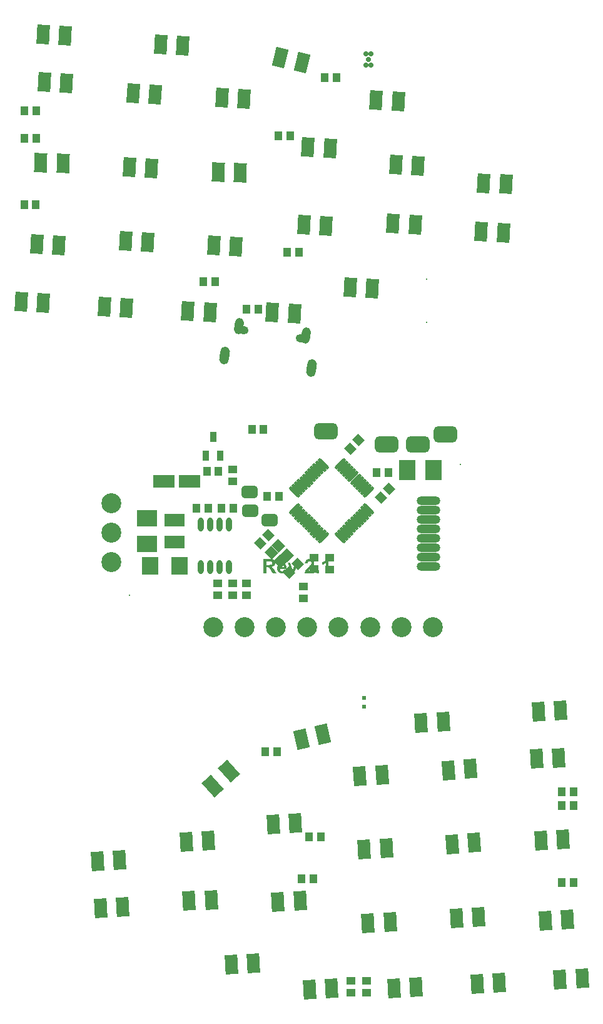
<source format=gts>
G04 Layer_Color=8388736*
%FSLAX44Y44*%
%MOMM*%
G71*
G01*
G75*
%ADD47C,0.6096*%
%ADD94R,1.3032X1.1032*%
%ADD95R,1.1032X1.3032*%
%ADD96R,2.7032X1.7032*%
%ADD97R,2.7032X2.2032*%
%ADD98R,2.2032X2.7032*%
G04:AMPARAMS|DCode=99|XSize=1.3032mm|YSize=1.1032mm|CornerRadius=0mm|HoleSize=0mm|Usage=FLASHONLY|Rotation=315.000|XOffset=0mm|YOffset=0mm|HoleType=Round|Shape=Rectangle|*
%AMROTATEDRECTD99*
4,1,4,-0.8508,0.0707,-0.0707,0.8508,0.8508,-0.0707,0.0707,-0.8508,-0.8508,0.0707,0.0*
%
%ADD99ROTATEDRECTD99*%

G04:AMPARAMS|DCode=100|XSize=1.7032mm|YSize=2.2032mm|CornerRadius=0.4766mm|HoleSize=0mm|Usage=FLASHONLY|Rotation=90.000|XOffset=0mm|YOffset=0mm|HoleType=Round|Shape=RoundedRectangle|*
%AMROUNDEDRECTD100*
21,1,1.7032,1.2500,0,0,90.0*
21,1,0.7500,2.2032,0,0,90.0*
1,1,0.9532,0.6250,0.3750*
1,1,0.9532,0.6250,-0.3750*
1,1,0.9532,-0.6250,-0.3750*
1,1,0.9532,-0.6250,0.3750*
%
%ADD100ROUNDEDRECTD100*%
G04:AMPARAMS|DCode=101|XSize=2.2032mm|YSize=3.2032mm|CornerRadius=0.6016mm|HoleSize=0mm|Usage=FLASHONLY|Rotation=90.000|XOffset=0mm|YOffset=0mm|HoleType=Round|Shape=RoundedRectangle|*
%AMROUNDEDRECTD101*
21,1,2.2032,2.0000,0,0,90.0*
21,1,1.0000,3.2032,0,0,90.0*
1,1,1.2032,1.0000,0.5000*
1,1,1.2032,1.0000,-0.5000*
1,1,1.2032,-1.0000,-0.5000*
1,1,1.2032,-1.0000,0.5000*
%
%ADD101ROUNDEDRECTD101*%
G04:AMPARAMS|DCode=102|XSize=0.5032mm|YSize=1.9032mm|CornerRadius=0mm|HoleSize=0mm|Usage=FLASHONLY|Rotation=135.000|XOffset=0mm|YOffset=0mm|HoleType=Round|Shape=Round|*
%AMOVALD102*
21,1,1.4000,0.5032,0.0000,0.0000,225.0*
1,1,0.5032,0.4950,0.4950*
1,1,0.5032,-0.4950,-0.4950*
%
%ADD102OVALD102*%

G04:AMPARAMS|DCode=103|XSize=0.5032mm|YSize=1.9032mm|CornerRadius=0mm|HoleSize=0mm|Usage=FLASHONLY|Rotation=45.000|XOffset=0mm|YOffset=0mm|HoleType=Round|Shape=Round|*
%AMOVALD103*
21,1,1.4000,0.5032,0.0000,0.0000,135.0*
1,1,0.5032,0.4950,-0.4950*
1,1,0.5032,-0.4950,0.4950*
%
%ADD103OVALD103*%

G04:AMPARAMS|DCode=104|XSize=1.2032mm|YSize=1.4032mm|CornerRadius=0mm|HoleSize=0mm|Usage=FLASHONLY|Rotation=225.000|XOffset=0mm|YOffset=0mm|HoleType=Round|Shape=Rectangle|*
%AMROTATEDRECTD104*
4,1,4,-0.0707,0.9215,0.9215,-0.0707,0.0707,-0.9215,-0.9215,0.0707,-0.0707,0.9215,0.0*
%
%ADD104ROTATEDRECTD104*%

%ADD105R,0.9532X1.3532*%
%ADD106R,2.9532X1.7532*%
%ADD107R,2.3032X2.3532*%
%ADD108O,0.8032X1.9032*%
%ADD109O,3.2032X1.2032*%
G04:AMPARAMS|DCode=110|XSize=2.6032mm|YSize=1.7032mm|CornerRadius=0mm|HoleSize=0mm|Usage=FLASHONLY|Rotation=87.000|XOffset=0mm|YOffset=0mm|HoleType=Round|Shape=Rectangle|*
%AMROTATEDRECTD110*
4,1,4,0.7823,-1.3444,-0.9186,-1.2552,-0.7823,1.3444,0.9186,1.2552,0.7823,-1.3444,0.0*
%
%ADD110ROTATEDRECTD110*%

G04:AMPARAMS|DCode=111|XSize=2.6032mm|YSize=1.7032mm|CornerRadius=0mm|HoleSize=0mm|Usage=FLASHONLY|Rotation=256.000|XOffset=0mm|YOffset=0mm|HoleType=Round|Shape=Rectangle|*
%AMROTATEDRECTD111*
4,1,4,-0.5114,1.4690,1.1412,1.0569,0.5114,-1.4690,-1.1412,-1.0569,-0.5114,1.4690,0.0*
%
%ADD111ROTATEDRECTD111*%

G04:AMPARAMS|DCode=112|XSize=2.6032mm|YSize=1.7032mm|CornerRadius=0mm|HoleSize=0mm|Usage=FLASHONLY|Rotation=88.000|XOffset=0mm|YOffset=0mm|HoleType=Round|Shape=Rectangle|*
%AMROTATEDRECTD112*
4,1,4,0.8057,-1.3305,-0.8965,-1.2711,-0.8057,1.3305,0.8965,1.2711,0.8057,-1.3305,0.0*
%
%ADD112ROTATEDRECTD112*%

G04:AMPARAMS|DCode=113|XSize=2.6032mm|YSize=1.7032mm|CornerRadius=0mm|HoleSize=0mm|Usage=FLASHONLY|Rotation=86.000|XOffset=0mm|YOffset=0mm|HoleType=Round|Shape=Rectangle|*
%AMROTATEDRECTD113*
4,1,4,0.7587,-1.3578,-0.9403,-1.2390,-0.7587,1.3578,0.9403,1.2390,0.7587,-1.3578,0.0*
%
%ADD113ROTATEDRECTD113*%

G04:AMPARAMS|DCode=114|XSize=2.6032mm|YSize=1.7032mm|CornerRadius=0mm|HoleSize=0mm|Usage=FLASHONLY|Rotation=273.000|XOffset=0mm|YOffset=0mm|HoleType=Round|Shape=Rectangle|*
%AMROTATEDRECTD114*
4,1,4,-0.9186,1.2552,0.7823,1.3444,0.9186,-1.2552,-0.7823,-1.3444,-0.9186,1.2552,0.0*
%
%ADD114ROTATEDRECTD114*%

G04:AMPARAMS|DCode=115|XSize=2.6032mm|YSize=1.7032mm|CornerRadius=0mm|HoleSize=0mm|Usage=FLASHONLY|Rotation=274.000|XOffset=0mm|YOffset=0mm|HoleType=Round|Shape=Rectangle|*
%AMROTATEDRECTD115*
4,1,4,-0.9403,1.2390,0.7587,1.3578,0.9403,-1.2390,-0.7587,-1.3578,-0.9403,1.2390,0.0*
%
%ADD115ROTATEDRECTD115*%

G04:AMPARAMS|DCode=116|XSize=2.6032mm|YSize=1.7032mm|CornerRadius=0mm|HoleSize=0mm|Usage=FLASHONLY|Rotation=103.000|XOffset=0mm|YOffset=0mm|HoleType=Round|Shape=Rectangle|*
%AMROTATEDRECTD116*
4,1,4,1.1226,-1.0767,-0.5370,-1.4598,-1.1226,1.0767,0.5370,1.4598,1.1226,-1.0767,0.0*
%
%ADD116ROTATEDRECTD116*%

G04:AMPARAMS|DCode=117|XSize=2.6032mm|YSize=1.7032mm|CornerRadius=0mm|HoleSize=0mm|Usage=FLASHONLY|Rotation=132.000|XOffset=0mm|YOffset=0mm|HoleType=Round|Shape=Rectangle|*
%AMROTATEDRECTD117*
4,1,4,1.5038,-0.3974,0.2381,-1.5371,-1.5038,0.3974,-0.2381,1.5371,1.5038,-0.3974,0.0*
%
%ADD117ROTATEDRECTD117*%

%ADD118C,2.7032*%
%ADD119C,0.2032*%
G04:AMPARAMS|DCode=120|XSize=1.9192mm|YSize=1.0612mm|CornerRadius=0mm|HoleSize=0mm|Usage=FLASHONLY|Rotation=352.000|XOffset=0mm|YOffset=0mm|HoleType=Round|Shape=Round|*
%AMOVALD120*
21,1,0.8580,1.0612,0.0000,0.0000,352.0*
1,1,1.0612,-0.4248,0.0597*
1,1,1.0612,0.4248,-0.0597*
%
%ADD120OVALD120*%

G04:AMPARAMS|DCode=121|XSize=2.2192mm|YSize=1.2112mm|CornerRadius=0mm|HoleSize=0mm|Usage=FLASHONLY|Rotation=82.000|XOffset=0mm|YOffset=0mm|HoleType=Round|Shape=Round|*
%AMOVALD121*
21,1,1.0080,1.2112,0.0000,0.0000,82.0*
1,1,1.2112,-0.0701,-0.4991*
1,1,1.2112,0.0701,0.4991*
%
%ADD121OVALD121*%

G04:AMPARAMS|DCode=122|XSize=2.4032mm|YSize=1.3032mm|CornerRadius=0mm|HoleSize=0mm|Usage=FLASHONLY|Rotation=82.000|XOffset=0mm|YOffset=0mm|HoleType=Round|Shape=Round|*
%AMOVALD122*
21,1,1.1000,1.3032,0.0000,0.0000,82.0*
1,1,1.3032,-0.0766,-0.5446*
1,1,1.3032,0.0766,0.5446*
%
%ADD122OVALD122*%

%ADD123C,0.7032*%
G36*
X445514Y724302D02*
X445764Y724274D01*
X446041Y724246D01*
X446347Y724190D01*
X446680Y724135D01*
X447402Y723941D01*
X448124Y723663D01*
X448512Y723496D01*
X448845Y723302D01*
X449206Y723052D01*
X449512Y722775D01*
X449539Y722747D01*
X449595Y722719D01*
X449650Y722608D01*
X449761Y722497D01*
X449900Y722358D01*
X450039Y722164D01*
X450178Y721969D01*
X450344Y721720D01*
X450622Y721164D01*
X450900Y720526D01*
X451011Y720165D01*
X451066Y719776D01*
X451122Y719360D01*
X451149Y718943D01*
Y718888D01*
Y718721D01*
X451122Y718471D01*
X451094Y718166D01*
X451039Y717777D01*
X450955Y717361D01*
X450844Y716917D01*
X450678Y716472D01*
X450650Y716417D01*
X450594Y716278D01*
X450483Y716028D01*
X450317Y715723D01*
X450122Y715362D01*
X449873Y714946D01*
X449567Y714501D01*
X449206Y714029D01*
X449178Y714002D01*
X449067Y713863D01*
X448901Y713669D01*
X448651Y713391D01*
X448318Y713058D01*
X447901Y712614D01*
X447402Y712142D01*
X446791Y711559D01*
X446763Y711531D01*
X446708Y711503D01*
X446624Y711420D01*
X446513Y711309D01*
X446208Y711031D01*
X445847Y710698D01*
X445486Y710337D01*
X445125Y709976D01*
X444792Y709671D01*
X444681Y709532D01*
X444570Y709421D01*
X444542Y709393D01*
X444487Y709338D01*
X444403Y709227D01*
X444292Y709088D01*
X444042Y708782D01*
X443820Y708421D01*
X451149D01*
Y705007D01*
X438240D01*
Y705034D01*
Y705090D01*
X438268Y705201D01*
X438296Y705340D01*
X438323Y705507D01*
X438351Y705701D01*
X438462Y706200D01*
X438629Y706756D01*
X438851Y707366D01*
X439128Y708033D01*
X439489Y708671D01*
Y708699D01*
X439545Y708755D01*
X439600Y708866D01*
X439711Y708977D01*
X439823Y709171D01*
X439989Y709365D01*
X440183Y709615D01*
X440406Y709893D01*
X440655Y710226D01*
X440961Y710559D01*
X441294Y710948D01*
X441683Y711364D01*
X442099Y711781D01*
X442571Y712253D01*
X443071Y712752D01*
X443626Y713280D01*
X443654Y713308D01*
X443737Y713391D01*
X443848Y713502D01*
X444015Y713669D01*
X444237Y713835D01*
X444459Y714057D01*
X444959Y714557D01*
X445458Y715084D01*
X445958Y715612D01*
X446180Y715834D01*
X446402Y716084D01*
X446569Y716278D01*
X446680Y716445D01*
X446708Y716500D01*
X446791Y716639D01*
X446930Y716861D01*
X447068Y717167D01*
X447207Y717500D01*
X447346Y717888D01*
X447429Y718277D01*
X447457Y718693D01*
Y718721D01*
Y718749D01*
Y718888D01*
X447429Y719138D01*
X447374Y719415D01*
X447291Y719721D01*
X447179Y720026D01*
X447013Y720331D01*
X446791Y720609D01*
X446763Y720637D01*
X446680Y720720D01*
X446513Y720831D01*
X446319Y720942D01*
X446041Y721053D01*
X445736Y721164D01*
X445375Y721248D01*
X444959Y721275D01*
X444764D01*
X444542Y721248D01*
X444292Y721192D01*
X443987Y721109D01*
X443681Y720970D01*
X443376Y720803D01*
X443098Y720581D01*
X443071Y720554D01*
X442988Y720443D01*
X442876Y720276D01*
X442765Y720026D01*
X442626Y719721D01*
X442515Y719304D01*
X442404Y718832D01*
X442349Y718277D01*
X438684Y718638D01*
Y718666D01*
X438712Y718777D01*
Y718916D01*
X438768Y719138D01*
X438795Y719388D01*
X438879Y719665D01*
X438962Y719971D01*
X439045Y720331D01*
X439323Y721025D01*
X439656Y721747D01*
X439878Y722108D01*
X440128Y722441D01*
X440406Y722719D01*
X440711Y722997D01*
X440739Y723024D01*
X440794Y723052D01*
X440877Y723108D01*
X441016Y723219D01*
X441183Y723302D01*
X441405Y723413D01*
X441627Y723552D01*
X441905Y723663D01*
X442210Y723802D01*
X442543Y723913D01*
X443265Y724135D01*
X444126Y724274D01*
X444570Y724302D01*
X445042Y724329D01*
X445320D01*
X445514Y724302D01*
D02*
G37*
G36*
X458118Y705007D02*
X454426D01*
Y708699D01*
X458118D01*
Y705007D01*
D02*
G37*
G36*
X407979Y719221D02*
X408229Y719193D01*
X408535Y719138D01*
X408868Y719082D01*
X409229Y718999D01*
X409617Y718888D01*
X410006Y718749D01*
X410422Y718583D01*
X410839Y718360D01*
X411227Y718138D01*
X411616Y717861D01*
X412005Y717527D01*
X412338Y717167D01*
X412366Y717139D01*
X412421Y717083D01*
X412505Y716945D01*
X412616Y716778D01*
X412754Y716556D01*
X412893Y716306D01*
X413060Y715973D01*
X413226Y715612D01*
X413393Y715195D01*
X413559Y714724D01*
X413698Y714224D01*
X413837Y713641D01*
X413948Y713030D01*
X414031Y712364D01*
X414087Y711670D01*
Y710892D01*
X404870D01*
Y710865D01*
Y710809D01*
Y710726D01*
X404898Y710615D01*
X404925Y710337D01*
X404981Y709948D01*
X405092Y709560D01*
X405259Y709116D01*
X405453Y708699D01*
X405731Y708338D01*
X405758Y708310D01*
X405897Y708199D01*
X406064Y708061D01*
X406314Y707894D01*
X406619Y707727D01*
X407008Y707589D01*
X407424Y707478D01*
X407868Y707450D01*
X408007D01*
X408174Y707478D01*
X408368Y707505D01*
X408590Y707561D01*
X408840Y707644D01*
X409090Y707755D01*
X409312Y707922D01*
X409340Y707950D01*
X409423Y708005D01*
X409534Y708116D01*
X409645Y708283D01*
X409812Y708505D01*
X409950Y708755D01*
X410089Y709088D01*
X410228Y709449D01*
X413893Y708838D01*
Y708810D01*
X413865Y708755D01*
X413809Y708644D01*
X413754Y708505D01*
X413671Y708338D01*
X413587Y708144D01*
X413337Y707700D01*
X413032Y707200D01*
X412643Y706673D01*
X412171Y706200D01*
X411644Y705756D01*
X411616D01*
X411588Y705701D01*
X411477Y705673D01*
X411366Y705590D01*
X411227Y705507D01*
X411033Y705423D01*
X410839Y705340D01*
X410589Y705229D01*
X410034Y705034D01*
X409395Y704868D01*
X408646Y704757D01*
X407840Y704701D01*
X407674D01*
X407507Y704729D01*
X407257D01*
X406952Y704785D01*
X406591Y704840D01*
X406203Y704896D01*
X405814Y705007D01*
X405370Y705118D01*
X404925Y705284D01*
X404481Y705479D01*
X404037Y705701D01*
X403593Y705978D01*
X403176Y706284D01*
X402816Y706645D01*
X402455Y707061D01*
X402427Y707089D01*
X402399Y707144D01*
X402344Y707255D01*
X402233Y707394D01*
X402149Y707589D01*
X402038Y707811D01*
X401899Y708061D01*
X401788Y708366D01*
X401650Y708699D01*
X401539Y709060D01*
X401400Y709449D01*
X401316Y709893D01*
X401233Y710337D01*
X401150Y710809D01*
X401122Y711337D01*
X401094Y711864D01*
Y711892D01*
Y712003D01*
Y712197D01*
X401122Y712447D01*
X401150Y712725D01*
X401178Y713058D01*
X401233Y713419D01*
X401316Y713835D01*
X401539Y714696D01*
X401677Y715140D01*
X401844Y715612D01*
X402066Y716056D01*
X402316Y716472D01*
X402593Y716889D01*
X402899Y717278D01*
X402927Y717305D01*
X402982Y717361D01*
X403093Y717472D01*
X403232Y717583D01*
X403399Y717722D01*
X403621Y717888D01*
X403871Y718083D01*
X404148Y718277D01*
X404454Y718444D01*
X404814Y718638D01*
X405175Y718805D01*
X405592Y718943D01*
X406008Y719054D01*
X406480Y719165D01*
X406952Y719221D01*
X407452Y719249D01*
X407757D01*
X407979Y719221D01*
D02*
G37*
G36*
X391738Y724190D02*
X392044D01*
X392349Y724163D01*
X392710D01*
X393432Y724079D01*
X394182Y723996D01*
X394876Y723857D01*
X395181Y723774D01*
X395459Y723691D01*
X395486D01*
X395514Y723663D01*
X395681Y723580D01*
X395930Y723441D01*
X396264Y723274D01*
X396625Y722997D01*
X396986Y722691D01*
X397346Y722303D01*
X397679Y721831D01*
Y721803D01*
X397707Y721775D01*
X397763Y721692D01*
X397818Y721609D01*
X397957Y721331D01*
X398124Y720970D01*
X398263Y720526D01*
X398401Y720026D01*
X398512Y719443D01*
X398540Y718832D01*
Y718805D01*
Y718749D01*
Y718610D01*
X398512Y718471D01*
Y718277D01*
X398485Y718083D01*
X398374Y717583D01*
X398235Y717000D01*
X398013Y716417D01*
X397679Y715806D01*
X397485Y715529D01*
X397263Y715251D01*
X397235Y715223D01*
X397208Y715195D01*
X397124Y715112D01*
X397013Y715029D01*
X396902Y714918D01*
X396736Y714779D01*
X396541Y714640D01*
X396319Y714501D01*
X396069Y714335D01*
X395764Y714196D01*
X395459Y714057D01*
X395125Y713918D01*
X394737Y713780D01*
X394348Y713669D01*
X393932Y713558D01*
X393460Y713474D01*
X393488D01*
X393515Y713447D01*
X393682Y713335D01*
X393904Y713197D01*
X394182Y713002D01*
X394515Y712752D01*
X394848Y712503D01*
X395209Y712197D01*
X395514Y711864D01*
X395542Y711836D01*
X395681Y711697D01*
X395847Y711475D01*
X396097Y711142D01*
X396430Y710726D01*
X396597Y710448D01*
X396791Y710171D01*
X397013Y709865D01*
X397235Y709532D01*
X397485Y709143D01*
X397735Y708755D01*
X400095Y705007D01*
X395431D01*
X392655Y709171D01*
X392627Y709199D01*
X392599Y709282D01*
X392516Y709393D01*
X392405Y709532D01*
X392294Y709699D01*
X392155Y709921D01*
X391850Y710365D01*
X391489Y710865D01*
X391155Y711309D01*
X390850Y711725D01*
X390711Y711864D01*
X390600Y712003D01*
X390572Y712031D01*
X390517Y712086D01*
X390406Y712197D01*
X390267Y712336D01*
X390073Y712447D01*
X389878Y712586D01*
X389656Y712697D01*
X389434Y712808D01*
X389406D01*
X389323Y712836D01*
X389184Y712891D01*
X388962Y712919D01*
X388685Y712974D01*
X388351Y713002D01*
X387963Y713030D01*
X386713D01*
Y705007D01*
X382827D01*
Y724218D01*
X391489D01*
X391738Y724190D01*
D02*
G37*
G36*
X424220Y705007D02*
X420889D01*
X415281Y718943D01*
X419140D01*
X421777Y711808D01*
X422527Y709449D01*
X422555Y709476D01*
X422582Y709587D01*
X422638Y709754D01*
X422693Y709921D01*
X422832Y710337D01*
X422888Y710504D01*
X422915Y710642D01*
Y710670D01*
X422943Y710753D01*
X422971Y710865D01*
X423026Y711003D01*
X423138Y711392D01*
X423304Y711808D01*
X425969Y718943D01*
X429745D01*
X424220Y705007D01*
D02*
G37*
G36*
X470528D02*
X466835D01*
Y718916D01*
X466807Y718888D01*
X466752Y718832D01*
X466641Y718749D01*
X466474Y718610D01*
X466280Y718444D01*
X466058Y718277D01*
X465780Y718083D01*
X465475Y717861D01*
X465142Y717638D01*
X464781Y717416D01*
X464392Y717167D01*
X463976Y716945D01*
X463087Y716528D01*
X462088Y716139D01*
Y719471D01*
X462116D01*
X462143Y719499D01*
X462227Y719526D01*
X462338Y719554D01*
X462615Y719693D01*
X463004Y719859D01*
X463476Y720082D01*
X464003Y720387D01*
X464586Y720776D01*
X465197Y721220D01*
X465225Y721248D01*
X465280Y721275D01*
X465364Y721359D01*
X465475Y721470D01*
X465780Y721747D01*
X466113Y722108D01*
X466502Y722552D01*
X466891Y723108D01*
X467252Y723691D01*
X467529Y724329D01*
X470528D01*
Y705007D01*
D02*
G37*
%LPC*%
G36*
X407674Y716417D02*
X407480D01*
X407257Y716361D01*
X406980Y716306D01*
X406674Y716195D01*
X406341Y716056D01*
X406008Y715834D01*
X405703Y715529D01*
X405675Y715501D01*
X405592Y715362D01*
X405453Y715168D01*
X405314Y714890D01*
X405148Y714557D01*
X405037Y714140D01*
X404953Y713669D01*
X404925Y713141D01*
X410422D01*
Y713169D01*
Y713224D01*
Y713280D01*
X410395Y713391D01*
X410367Y713696D01*
X410311Y714029D01*
X410200Y714418D01*
X410061Y714835D01*
X409839Y715223D01*
X409590Y715556D01*
X409562Y715584D01*
X409451Y715695D01*
X409284Y715834D01*
X409062Y716001D01*
X408784Y716139D01*
X408451Y716278D01*
X408090Y716389D01*
X407674Y716417D01*
D02*
G37*
G36*
X391155Y720970D02*
X386713D01*
Y716084D01*
X390489D01*
X391044Y716112D01*
X391627Y716139D01*
X392210Y716167D01*
X392460Y716195D01*
X392682Y716223D01*
X392904Y716278D01*
X393043Y716306D01*
X393071D01*
X393154Y716361D01*
X393293Y716417D01*
X393432Y716500D01*
X393793Y716750D01*
X393959Y716917D01*
X394126Y717111D01*
X394154Y717139D01*
X394182Y717222D01*
X394265Y717333D01*
X394348Y717500D01*
X394404Y717722D01*
X394487Y717972D01*
X394515Y718249D01*
X394542Y718555D01*
Y718610D01*
Y718721D01*
X394515Y718888D01*
X394487Y719110D01*
X394404Y719360D01*
X394320Y719610D01*
X394182Y719887D01*
X394015Y720109D01*
X393987Y720137D01*
X393932Y720220D01*
X393793Y720304D01*
X393626Y720443D01*
X393432Y720581D01*
X393182Y720692D01*
X392877Y720803D01*
X392543Y720887D01*
X392516D01*
X392433Y720915D01*
X392266D01*
X392016Y720942D01*
X391405D01*
X391155Y720970D01*
D02*
G37*
%LPD*%
D47*
X518967Y536288D02*
D03*
Y524288D02*
D03*
D94*
X436827Y671007D02*
D03*
Y687007D02*
D03*
X451327Y726257D02*
D03*
Y710257D02*
D03*
X471827Y726007D02*
D03*
Y710007D02*
D03*
X340827Y845007D02*
D03*
Y829007D02*
D03*
X320827Y691007D02*
D03*
Y675007D02*
D03*
X340827Y691007D02*
D03*
Y675007D02*
D03*
X359827Y691007D02*
D03*
Y675007D02*
D03*
X521967Y153288D02*
D03*
Y137288D02*
D03*
X500967Y153288D02*
D03*
Y137288D02*
D03*
D95*
X535827Y841007D02*
D03*
X551827D02*
D03*
X403827Y809007D02*
D03*
X387827D02*
D03*
X366827Y899007D02*
D03*
X382827D02*
D03*
X321827Y843007D02*
D03*
X305827D02*
D03*
X325827Y793007D02*
D03*
X341827D02*
D03*
X291827D02*
D03*
X307827D02*
D03*
X317347Y1098926D02*
D03*
X301347D02*
D03*
X359847Y1061676D02*
D03*
X375847Y1061676D02*
D03*
X481597Y1375176D02*
D03*
X465597D02*
D03*
X402597Y1296176D02*
D03*
X418597D02*
D03*
X58597Y1203426D02*
D03*
X74597D02*
D03*
X59097Y1293426D02*
D03*
X75097D02*
D03*
X59097Y1330426D02*
D03*
X75097D02*
D03*
X414597Y1138676D02*
D03*
X430597D02*
D03*
X449967Y291288D02*
D03*
X433967D02*
D03*
X459967Y348288D02*
D03*
X443967D02*
D03*
X801967Y390288D02*
D03*
X785967D02*
D03*
X801967Y409288D02*
D03*
X785967D02*
D03*
X801967Y286288D02*
D03*
X785967D02*
D03*
X384967Y463288D02*
D03*
X400967D02*
D03*
D96*
X262077Y746757D02*
D03*
Y776757D02*
D03*
D97*
X225328Y779505D02*
D03*
Y744506D02*
D03*
D98*
X612326Y844756D02*
D03*
X577326D02*
D03*
D99*
X500170Y873350D02*
D03*
X511484Y884664D02*
D03*
X377835Y745199D02*
D03*
X389149Y756513D02*
D03*
X428827Y717007D02*
D03*
X417513Y705693D02*
D03*
X541170Y807350D02*
D03*
X552484Y818664D02*
D03*
D100*
X390827Y777007D02*
D03*
X364827Y789007D02*
D03*
X363827Y815007D02*
D03*
D101*
X628827Y893007D02*
D03*
X591827Y879007D02*
D03*
X549327Y879507D02*
D03*
X466827Y897007D02*
D03*
D102*
X424622Y791693D02*
D03*
X428158Y788158D02*
D03*
X431693Y784622D02*
D03*
X435229Y781086D02*
D03*
X438764Y777551D02*
D03*
X442300Y774015D02*
D03*
X445835Y770480D02*
D03*
X449371Y766944D02*
D03*
X452906Y763409D02*
D03*
X456442Y759873D02*
D03*
X459978Y756338D02*
D03*
X463513Y752802D02*
D03*
X525031Y814320D02*
D03*
X521496Y817856D02*
D03*
X517960Y821392D02*
D03*
X514425Y824927D02*
D03*
X510889Y828463D02*
D03*
X507354Y831998D02*
D03*
X503818Y835534D02*
D03*
X500283Y839069D02*
D03*
X496747Y842605D02*
D03*
X493212Y846140D02*
D03*
X489676Y849676D02*
D03*
X486141Y853211D02*
D03*
D103*
X486141Y752802D02*
D03*
X489676Y756338D02*
D03*
X493212Y759873D02*
D03*
X496747Y763409D02*
D03*
X500283Y766944D02*
D03*
X503818Y770480D02*
D03*
X507354Y774015D02*
D03*
X510889Y777551D02*
D03*
X514425Y781086D02*
D03*
X517960Y784622D02*
D03*
X521496Y788158D02*
D03*
X525031Y791693D02*
D03*
X463513Y853211D02*
D03*
X459978Y849676D02*
D03*
X456442Y846140D02*
D03*
X452906Y842605D02*
D03*
X449371Y839069D02*
D03*
X445835Y835534D02*
D03*
X442300Y831998D02*
D03*
X438764Y828463D02*
D03*
X435229Y824927D02*
D03*
X431693Y821392D02*
D03*
X428158Y817856D02*
D03*
X424622Y814320D02*
D03*
D104*
X414605Y729643D02*
D03*
X402584Y741664D02*
D03*
X405412Y720450D02*
D03*
X393392Y732471D02*
D03*
D105*
X314327Y889507D02*
D03*
X323827Y864007D02*
D03*
X304827D02*
D03*
D106*
X282327Y829007D02*
D03*
X247827D02*
D03*
D107*
X229327Y714507D02*
D03*
X269327D02*
D03*
D108*
X335877Y770507D02*
D03*
X323177Y770507D02*
D03*
X310477D02*
D03*
X297777D02*
D03*
X335877Y713507D02*
D03*
X323177D02*
D03*
X310477D02*
D03*
X297777D02*
D03*
D109*
X606227Y714207D02*
D03*
Y726907D02*
D03*
Y739607D02*
D03*
Y752307D02*
D03*
Y765007D02*
D03*
Y777707D02*
D03*
Y790407D02*
D03*
Y803107D02*
D03*
D110*
X394617Y1057711D02*
D03*
X424576Y1056141D02*
D03*
X565076Y1343141D02*
D03*
X535117Y1344711D02*
D03*
X273576Y1418141D02*
D03*
X243617Y1419711D02*
D03*
X557867Y1177711D02*
D03*
X587826Y1176141D02*
D03*
X677367Y1167211D02*
D03*
X707326Y1165641D02*
D03*
X442867Y1281461D02*
D03*
X472826Y1279891D02*
D03*
X561617Y1257461D02*
D03*
X591576Y1255891D02*
D03*
X680617Y1232461D02*
D03*
X710576Y1230891D02*
D03*
X75638Y1149996D02*
D03*
X105597Y1148426D02*
D03*
X195888Y1153996D02*
D03*
X225847Y1152426D02*
D03*
X315617Y1147961D02*
D03*
X345576Y1146391D02*
D03*
X201138Y1253996D02*
D03*
X231097Y1252426D02*
D03*
X85867Y1369461D02*
D03*
X115826Y1367890D02*
D03*
X326138Y1348246D02*
D03*
X356097Y1346676D02*
D03*
X437367Y1176461D02*
D03*
X467326Y1174891D02*
D03*
X197076Y1063891D02*
D03*
X167117Y1065461D02*
D03*
X310076Y1058141D02*
D03*
X280117Y1059711D02*
D03*
X84556Y1070355D02*
D03*
X54597Y1071926D02*
D03*
X500117Y1091711D02*
D03*
X530077Y1090140D02*
D03*
X114306Y1432105D02*
D03*
X84347Y1433676D02*
D03*
D111*
X434651Y1395297D02*
D03*
X405542Y1402555D02*
D03*
D112*
X321106Y1247699D02*
D03*
X351088Y1246652D02*
D03*
X81356Y1260199D02*
D03*
X111338Y1259152D02*
D03*
D113*
X206383Y1354473D02*
D03*
X236310Y1352379D02*
D03*
D114*
X307946Y343073D02*
D03*
X277987Y341503D02*
D03*
X783987Y155503D02*
D03*
X813946Y157073D02*
D03*
X671987Y149503D02*
D03*
X701946Y151073D02*
D03*
X558987Y143503D02*
D03*
X588946Y145073D02*
D03*
X368946Y177073D02*
D03*
X338987Y175503D02*
D03*
X474946Y143073D02*
D03*
X444987Y141503D02*
D03*
X595987Y502503D02*
D03*
X625946Y504073D02*
D03*
X191946Y253073D02*
D03*
X161987Y251503D02*
D03*
X311946Y263073D02*
D03*
X281987Y261503D02*
D03*
X431946Y262073D02*
D03*
X401987Y260503D02*
D03*
X187946Y317073D02*
D03*
X157987Y315503D02*
D03*
X425946Y367073D02*
D03*
X395987Y365503D02*
D03*
X553946Y233073D02*
D03*
X523987Y231503D02*
D03*
X673946Y240073D02*
D03*
X643987Y238503D02*
D03*
X793946Y236073D02*
D03*
X763987Y234503D02*
D03*
X548946Y333073D02*
D03*
X518987Y331503D02*
D03*
X787946Y345073D02*
D03*
X757987Y343503D02*
D03*
X754987Y517504D02*
D03*
X784946Y519073D02*
D03*
X781967Y455288D02*
D03*
X752008Y453718D02*
D03*
D115*
X667894Y340381D02*
D03*
X637967Y338288D02*
D03*
X662930Y440335D02*
D03*
X633003Y438242D02*
D03*
X542967Y432288D02*
D03*
X513040Y430196D02*
D03*
D116*
X433967Y480288D02*
D03*
X463198Y487037D02*
D03*
D117*
X313672Y417215D02*
D03*
X335967Y437288D02*
D03*
D118*
X176827Y719507D02*
D03*
X314327Y632007D02*
D03*
X176827Y799507D02*
D03*
Y759507D02*
D03*
X399327Y632007D02*
D03*
X441827D02*
D03*
X484327D02*
D03*
X526827D02*
D03*
X569327D02*
D03*
X356827D02*
D03*
X611827D02*
D03*
D119*
X649384Y851983D02*
D03*
X200807Y675079D02*
D03*
X603347Y1044426D02*
D03*
Y1102926D02*
D03*
D120*
X352626Y1034089D02*
D03*
X435630Y1022424D02*
D03*
D121*
X349663Y1038798D02*
D03*
X439777Y1026133D02*
D03*
D122*
X329728Y998985D02*
D03*
X447966Y982367D02*
D03*
D123*
X528347Y1407426D02*
D03*
X520847D02*
D03*
X524597Y1399926D02*
D03*
X528347Y1392426D02*
D03*
X520847D02*
D03*
M02*

</source>
